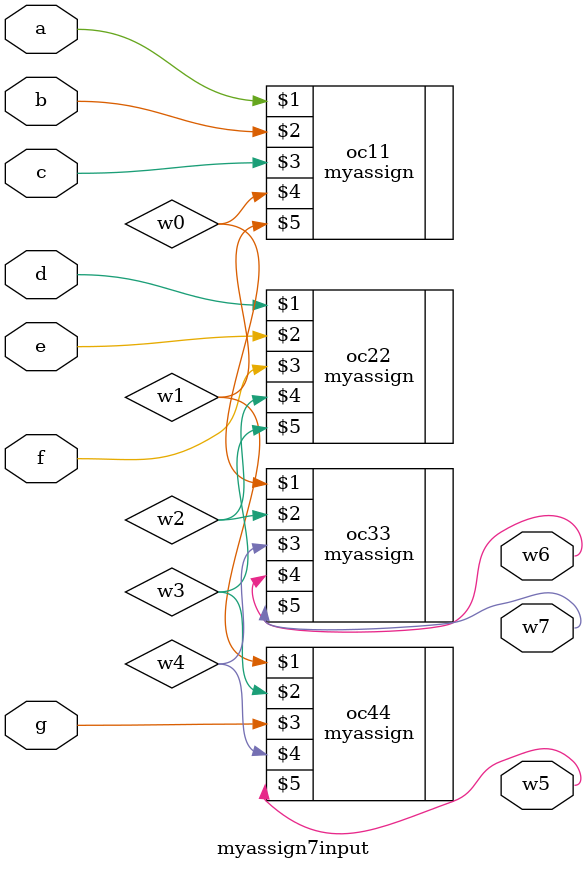
<source format=v>
`timescale 1ns/1ns
module myassign7input(input a, b, c, d, e, f, g, output w6, w7, w5);
       wire w0, w1, w2, w3, w4;
       myassign oc11(a, b, c, w0, w1);
       myassign oc22(d, e, f, w2, w3);
       myassign oc33(w0, w2, w4, w6, w7);
       myassign oc44(w1, w3, g, w4, w5);
endmodule

</source>
